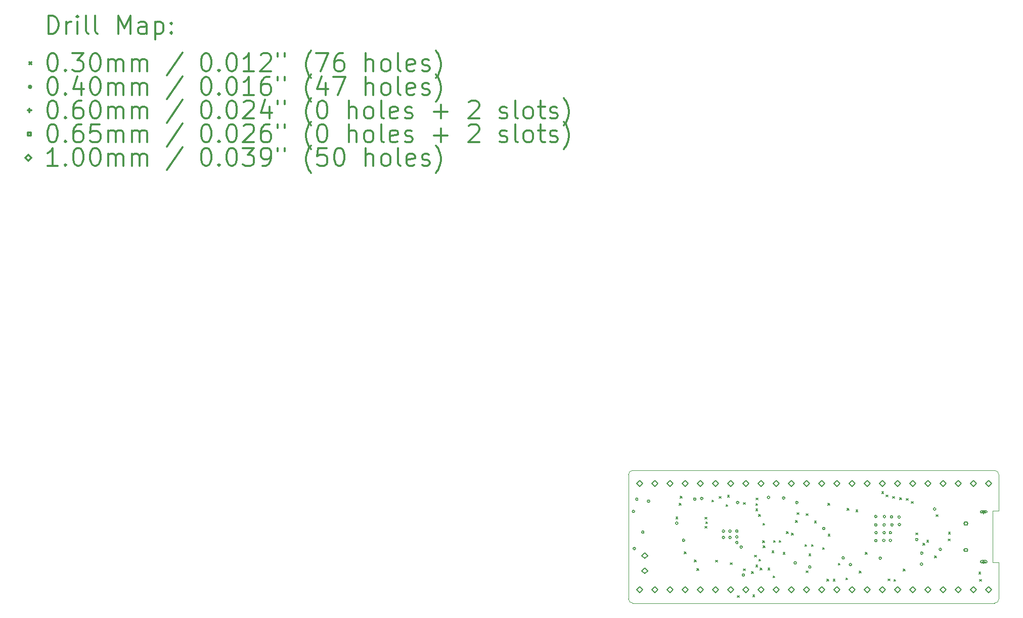
<source format=gbr>
%FSLAX45Y45*%
G04 Gerber Fmt 4.5, Leading zero omitted, Abs format (unit mm)*
G04 Created by KiCad (PCBNEW (5.1.5)-3) date 2020-06-17 17:11:16*
%MOMM*%
%LPD*%
G04 APERTURE LIST*
%TA.AperFunction,Profile*%
%ADD10C,0.050000*%
%TD*%
%ADD11C,0.200000*%
%ADD12C,0.300000*%
G04 APERTURE END LIST*
D10*
X10000000Y-7848000D02*
G75*
G02X10070000Y-7778000I70000J0D01*
G01*
X16130000Y-7778000D02*
G75*
G02X16200000Y-7848000I0J-70000D01*
G01*
X16200000Y-9930000D02*
G75*
G02X16130000Y-10000000I-70000J0D01*
G01*
X10070000Y-10000000D02*
G75*
G02X10000000Y-9930000I0J70000D01*
G01*
X16200000Y-9320000D02*
X16100000Y-9320000D01*
X16200000Y-8450000D02*
X16100000Y-8450000D01*
X16100000Y-9320000D02*
X16100000Y-8450000D01*
X16200000Y-9930000D02*
X16200000Y-9320000D01*
X10000000Y-7848000D02*
X10000000Y-9930000D01*
X16130000Y-7778000D02*
X10070000Y-7778000D01*
X16200000Y-8450000D02*
X16200000Y-7848000D01*
X10070000Y-10000000D02*
X16130000Y-10000000D01*
D11*
X10792700Y-8556399D02*
X10822700Y-8586399D01*
X10822700Y-8556399D02*
X10792700Y-8586399D01*
X10850000Y-8328750D02*
X10880000Y-8358750D01*
X10880000Y-8328750D02*
X10850000Y-8358750D01*
X10866000Y-8209000D02*
X10896000Y-8239000D01*
X10896000Y-8209000D02*
X10866000Y-8239000D01*
X10932400Y-9141700D02*
X10962400Y-9171700D01*
X10962400Y-9141700D02*
X10932400Y-9171700D01*
X11102600Y-9277400D02*
X11132600Y-9307400D01*
X11132600Y-9277400D02*
X11102600Y-9307400D01*
X11145950Y-9420950D02*
X11175950Y-9450950D01*
X11175950Y-9420950D02*
X11145950Y-9450950D01*
X11280400Y-8561000D02*
X11310400Y-8591000D01*
X11310400Y-8561000D02*
X11280400Y-8591000D01*
X11280400Y-8715000D02*
X11310400Y-8745000D01*
X11310400Y-8715000D02*
X11280400Y-8745000D01*
X11294350Y-8638800D02*
X11324350Y-8668800D01*
X11324350Y-8638800D02*
X11294350Y-8668800D01*
X11395000Y-8275000D02*
X11425000Y-8305000D01*
X11425000Y-8275000D02*
X11395000Y-8305000D01*
X11458200Y-9280150D02*
X11488200Y-9310150D01*
X11488200Y-9280150D02*
X11458200Y-9310150D01*
X11517442Y-8215242D02*
X11547442Y-8245242D01*
X11547442Y-8215242D02*
X11517442Y-8245242D01*
X11631229Y-8350001D02*
X11661229Y-8380001D01*
X11661229Y-8350001D02*
X11631229Y-8380001D01*
X11660000Y-8195000D02*
X11690000Y-8225000D01*
X11690000Y-8195000D02*
X11660000Y-8225000D01*
X11705850Y-9325000D02*
X11735850Y-9355000D01*
X11735850Y-9325000D02*
X11705850Y-9355000D01*
X11825000Y-9875000D02*
X11855000Y-9905000D01*
X11855000Y-9875000D02*
X11825000Y-9905000D01*
X11923000Y-8317000D02*
X11953000Y-8347000D01*
X11953000Y-8317000D02*
X11923000Y-8347000D01*
X11925000Y-9425000D02*
X11955000Y-9455000D01*
X11955000Y-9425000D02*
X11925000Y-9455000D01*
X12061450Y-9470650D02*
X12091450Y-9500650D01*
X12091450Y-9470650D02*
X12061450Y-9500650D01*
X12080000Y-9860000D02*
X12110000Y-9890000D01*
X12110000Y-9860000D02*
X12080000Y-9890000D01*
X12113037Y-9196966D02*
X12143037Y-9226966D01*
X12143037Y-9196966D02*
X12113037Y-9226966D01*
X12131300Y-8334000D02*
X12161300Y-8364000D01*
X12161300Y-8334000D02*
X12131300Y-8364000D01*
X12131300Y-8422900D02*
X12161300Y-8452900D01*
X12161300Y-8422900D02*
X12131300Y-8452900D01*
X12133338Y-9360001D02*
X12163338Y-9390001D01*
X12163338Y-9360001D02*
X12133338Y-9390001D01*
X12135741Y-8239569D02*
X12165741Y-8269569D01*
X12165741Y-8239569D02*
X12135741Y-8269569D01*
X12179781Y-8513050D02*
X12209781Y-8543050D01*
X12209781Y-8513050D02*
X12179781Y-8543050D01*
X12185000Y-9265000D02*
X12215000Y-9295000D01*
X12215000Y-9265000D02*
X12185000Y-9295000D01*
X12202675Y-9413001D02*
X12232675Y-9443001D01*
X12232675Y-9413001D02*
X12202675Y-9443001D01*
X12247223Y-8954096D02*
X12277223Y-8984096D01*
X12277223Y-8954096D02*
X12247223Y-8984096D01*
X12249782Y-8662271D02*
X12279782Y-8692271D01*
X12279782Y-8662271D02*
X12249782Y-8692271D01*
X12257000Y-9042000D02*
X12287000Y-9072000D01*
X12287000Y-9042000D02*
X12257000Y-9072000D01*
X12336561Y-9413439D02*
X12366561Y-9443439D01*
X12366561Y-9413439D02*
X12336561Y-9443439D01*
X12405000Y-9124000D02*
X12435000Y-9154000D01*
X12435000Y-9124000D02*
X12405000Y-9154000D01*
X12419938Y-9543061D02*
X12449938Y-9573061D01*
X12449938Y-9543061D02*
X12419938Y-9573061D01*
X12429000Y-8951759D02*
X12459000Y-8981759D01*
X12459000Y-8951759D02*
X12429000Y-8981759D01*
X12521000Y-8951759D02*
X12551000Y-8981759D01*
X12551000Y-8951759D02*
X12521000Y-8981759D01*
X12588002Y-9152000D02*
X12618002Y-9182000D01*
X12618002Y-9152000D02*
X12588002Y-9182000D01*
X12644999Y-8804986D02*
X12674999Y-8834986D01*
X12674999Y-8804986D02*
X12644999Y-8834986D01*
X12730000Y-8830000D02*
X12760000Y-8860000D01*
X12760000Y-8830000D02*
X12730000Y-8860000D01*
X12796800Y-8615500D02*
X12826800Y-8645500D01*
X12826800Y-8615500D02*
X12796800Y-8645500D01*
X12824000Y-8486000D02*
X12854000Y-8516000D01*
X12854000Y-8486000D02*
X12824000Y-8516000D01*
X12955000Y-9020759D02*
X12985000Y-9050759D01*
X12985000Y-9020759D02*
X12955000Y-9050759D01*
X12973000Y-8503000D02*
X13003000Y-8533000D01*
X13003000Y-8503000D02*
X12973000Y-8533000D01*
X12975308Y-9460890D02*
X13005308Y-9490890D01*
X13005308Y-9460890D02*
X12975308Y-9490890D01*
X13021000Y-9177000D02*
X13051000Y-9207000D01*
X13051000Y-9177000D02*
X13021000Y-9207000D01*
X13065000Y-9020759D02*
X13095000Y-9050759D01*
X13095000Y-9020759D02*
X13065000Y-9050759D01*
X13115000Y-8623000D02*
X13145000Y-8653000D01*
X13145000Y-8623000D02*
X13115000Y-8653000D01*
X13251000Y-9071000D02*
X13281000Y-9101000D01*
X13281000Y-9071000D02*
X13251000Y-9101000D01*
X13323000Y-9599000D02*
X13353000Y-9629000D01*
X13353000Y-9599000D02*
X13323000Y-9629000D01*
X13340000Y-8330000D02*
X13370000Y-8360000D01*
X13370000Y-8330000D02*
X13340000Y-8360000D01*
X13342000Y-8844000D02*
X13372000Y-8874000D01*
X13372000Y-8844000D02*
X13342000Y-8874000D01*
X13426000Y-9601000D02*
X13456000Y-9631000D01*
X13456000Y-9601000D02*
X13426000Y-9631000D01*
X13511000Y-9333000D02*
X13541000Y-9363000D01*
X13541000Y-9333000D02*
X13511000Y-9363000D01*
X13640000Y-9578000D02*
X13670000Y-9608000D01*
X13670000Y-9578000D02*
X13640000Y-9608000D01*
X13658837Y-8412187D02*
X13688837Y-8442187D01*
X13688837Y-8412187D02*
X13658837Y-8442187D01*
X13810000Y-8440000D02*
X13840000Y-8470000D01*
X13840000Y-8440000D02*
X13810000Y-8470000D01*
X13865000Y-9465000D02*
X13895000Y-9495000D01*
X13895000Y-9465000D02*
X13865000Y-9495000D01*
X13965000Y-9150000D02*
X13995000Y-9180000D01*
X13995000Y-9150000D02*
X13965000Y-9180000D01*
X14240000Y-8135000D02*
X14270000Y-8165000D01*
X14270000Y-8135000D02*
X14240000Y-8165000D01*
X14314216Y-8190241D02*
X14344216Y-8220241D01*
X14344216Y-8190241D02*
X14314216Y-8220241D01*
X14345000Y-9595000D02*
X14375000Y-9625000D01*
X14375000Y-9595000D02*
X14345000Y-9625000D01*
X14423000Y-8216000D02*
X14453000Y-8246000D01*
X14453000Y-8216000D02*
X14423000Y-8246000D01*
X14445000Y-9605000D02*
X14475000Y-9635000D01*
X14475000Y-9605000D02*
X14445000Y-9635000D01*
X14539547Y-8235219D02*
X14569547Y-8265219D01*
X14569547Y-8235219D02*
X14539547Y-8265219D01*
X14602200Y-9427800D02*
X14632200Y-9457800D01*
X14632200Y-9427800D02*
X14602200Y-9457800D01*
X14650000Y-8250000D02*
X14680000Y-8280000D01*
X14680000Y-8250000D02*
X14650000Y-8280000D01*
X14735000Y-8299000D02*
X14765000Y-8329000D01*
X14765000Y-8299000D02*
X14735000Y-8329000D01*
X14810000Y-8825000D02*
X14840000Y-8855000D01*
X14840000Y-8825000D02*
X14810000Y-8855000D01*
X14930000Y-9000000D02*
X14960000Y-9030000D01*
X14960000Y-9000000D02*
X14930000Y-9030000D01*
X14995000Y-8945000D02*
X15025000Y-8975000D01*
X15025000Y-8945000D02*
X14995000Y-8975000D01*
X15123704Y-9208463D02*
X15153704Y-9238463D01*
X15153704Y-9208463D02*
X15123704Y-9238463D01*
X15148800Y-8519400D02*
X15178800Y-8549400D01*
X15178800Y-8519400D02*
X15148800Y-8549400D01*
X15355000Y-8925000D02*
X15385000Y-8955000D01*
X15385000Y-8925000D02*
X15355000Y-8955000D01*
X15360000Y-8810000D02*
X15390000Y-8840000D01*
X15390000Y-8810000D02*
X15360000Y-8840000D01*
X15868000Y-9479000D02*
X15898000Y-9509000D01*
X15898000Y-9479000D02*
X15868000Y-9509000D01*
X15880000Y-9605000D02*
X15910000Y-9635000D01*
X15910000Y-9605000D02*
X15880000Y-9635000D01*
X10103000Y-8464000D02*
G75*
G03X10103000Y-8464000I-20000J0D01*
G01*
X10116500Y-9086850D02*
G75*
G03X10116500Y-9086850I-20000J0D01*
G01*
X10159000Y-8260000D02*
G75*
G03X10159000Y-8260000I-20000J0D01*
G01*
X10260000Y-8810000D02*
G75*
G03X10260000Y-8810000I-20000J0D01*
G01*
X10355800Y-8292100D02*
G75*
G03X10355800Y-8292100I-20000J0D01*
G01*
X10827700Y-8661400D02*
G75*
G03X10827700Y-8661400I-20000J0D01*
G01*
X10942000Y-8947150D02*
G75*
G03X10942000Y-8947150I-20000J0D01*
G01*
X11129000Y-8258000D02*
G75*
G03X11129000Y-8258000I-20000J0D01*
G01*
X11246000Y-8248000D02*
G75*
G03X11246000Y-8248000I-20000J0D01*
G01*
X11609240Y-8794240D02*
G75*
G03X11609240Y-8794240I-20000J0D01*
G01*
X11609240Y-8899240D02*
G75*
G03X11609240Y-8899240I-20000J0D01*
G01*
X11719240Y-8794240D02*
G75*
G03X11719240Y-8794240I-20000J0D01*
G01*
X11719240Y-8899240D02*
G75*
G03X11719240Y-8899240I-20000J0D01*
G01*
X11834240Y-8794240D02*
G75*
G03X11834240Y-8794240I-20000J0D01*
G01*
X11834240Y-8889240D02*
G75*
G03X11834240Y-8889240I-20000J0D01*
G01*
X11834240Y-8984240D02*
G75*
G03X11834240Y-8984240I-20000J0D01*
G01*
X11847344Y-8315794D02*
G75*
G03X11847344Y-8315794I-20000J0D01*
G01*
X11906348Y-9060174D02*
G75*
G03X11906348Y-9060174I-20000J0D01*
G01*
X11941801Y-9530202D02*
G75*
G03X11941801Y-9530202I-20000J0D01*
G01*
X12364400Y-8229600D02*
G75*
G03X12364400Y-8229600I-20000J0D01*
G01*
X12618454Y-8239558D02*
G75*
G03X12618454Y-8239558I-20000J0D01*
G01*
X12811000Y-9325000D02*
G75*
G03X12811000Y-9325000I-20000J0D01*
G01*
X12838996Y-8316251D02*
G75*
G03X12838996Y-8316251I-20000J0D01*
G01*
X13055000Y-9395000D02*
G75*
G03X13055000Y-9395000I-20000J0D01*
G01*
X13290000Y-8750000D02*
G75*
G03X13290000Y-8750000I-20000J0D01*
G01*
X13613800Y-9242600D02*
G75*
G03X13613800Y-9242600I-20000J0D01*
G01*
X13736126Y-9354759D02*
G75*
G03X13736126Y-9354759I-20000J0D01*
G01*
X14160000Y-8550000D02*
G75*
G03X14160000Y-8550000I-20000J0D01*
G01*
X14160000Y-8690000D02*
G75*
G03X14160000Y-8690000I-20000J0D01*
G01*
X14160000Y-8955000D02*
G75*
G03X14160000Y-8955000I-20000J0D01*
G01*
X14165000Y-8820000D02*
G75*
G03X14165000Y-8820000I-20000J0D01*
G01*
X14234591Y-9247043D02*
G75*
G03X14234591Y-9247043I-20000J0D01*
G01*
X14295000Y-8950000D02*
G75*
G03X14295000Y-8950000I-20000J0D01*
G01*
X14300000Y-8690000D02*
G75*
G03X14300000Y-8690000I-20000J0D01*
G01*
X14300000Y-8820000D02*
G75*
G03X14300000Y-8820000I-20000J0D01*
G01*
X14305000Y-8550000D02*
G75*
G03X14305000Y-8550000I-20000J0D01*
G01*
X14405000Y-8820000D02*
G75*
G03X14405000Y-8820000I-20000J0D01*
G01*
X14405000Y-8950000D02*
G75*
G03X14405000Y-8950000I-20000J0D01*
G01*
X14425000Y-8555000D02*
G75*
G03X14425000Y-8555000I-20000J0D01*
G01*
X14430000Y-8690000D02*
G75*
G03X14430000Y-8690000I-20000J0D01*
G01*
X14550000Y-8560000D02*
G75*
G03X14550000Y-8560000I-20000J0D01*
G01*
X14555000Y-8685000D02*
G75*
G03X14555000Y-8685000I-20000J0D01*
G01*
X14844959Y-8934974D02*
G75*
G03X14844959Y-8934974I-20000J0D01*
G01*
X14925135Y-9346473D02*
G75*
G03X14925135Y-9346473I-20000J0D01*
G01*
X14929800Y-9163050D02*
G75*
G03X14929800Y-9163050I-20000J0D01*
G01*
X15145000Y-8425000D02*
G75*
G03X15145000Y-8425000I-20000J0D01*
G01*
X15240000Y-9100000D02*
G75*
G03X15240000Y-9100000I-20000J0D01*
G01*
X15947500Y-8441500D02*
X15947500Y-8501500D01*
X15917500Y-8471500D02*
X15977500Y-8471500D01*
X15912500Y-8491500D02*
X15982500Y-8491500D01*
X15912500Y-8451500D02*
X15982500Y-8451500D01*
X15982500Y-8491500D02*
G75*
G03X15982500Y-8451500I0J20000D01*
G01*
X15912500Y-8451500D02*
G75*
G03X15912500Y-8491500I0J-20000D01*
G01*
X15947500Y-9276500D02*
X15947500Y-9336500D01*
X15917500Y-9306500D02*
X15977500Y-9306500D01*
X15912500Y-9326500D02*
X15982500Y-9326500D01*
X15912500Y-9286500D02*
X15982500Y-9286500D01*
X15982500Y-9326500D02*
G75*
G03X15982500Y-9286500I0J20000D01*
G01*
X15912500Y-9286500D02*
G75*
G03X15912500Y-9326500I0J-20000D01*
G01*
X15670481Y-8689481D02*
X15670481Y-8643519D01*
X15624519Y-8643519D01*
X15624519Y-8689481D01*
X15670481Y-8689481D01*
X15637500Y-8689000D02*
X15657500Y-8689000D01*
X15637500Y-8644000D02*
X15657500Y-8644000D01*
X15657500Y-8689000D02*
G75*
G03X15657500Y-8644000I0J22500D01*
G01*
X15637500Y-8644000D02*
G75*
G03X15637500Y-8689000I0J-22500D01*
G01*
X15670481Y-9134481D02*
X15670481Y-9088519D01*
X15624519Y-9088519D01*
X15624519Y-9134481D01*
X15670481Y-9134481D01*
X15637500Y-9134000D02*
X15657500Y-9134000D01*
X15637500Y-9089000D02*
X15657500Y-9089000D01*
X15657500Y-9134000D02*
G75*
G03X15657500Y-9089000I0J22500D01*
G01*
X15637500Y-9089000D02*
G75*
G03X15637500Y-9134000I0J-22500D01*
G01*
X10270000Y-9254000D02*
X10320000Y-9204000D01*
X10270000Y-9154000D01*
X10220000Y-9204000D01*
X10270000Y-9254000D01*
X10270000Y-9508000D02*
X10320000Y-9458000D01*
X10270000Y-9408000D01*
X10220000Y-9458000D01*
X10270000Y-9508000D01*
X10190000Y-9828000D02*
X10240000Y-9778000D01*
X10190000Y-9728000D01*
X10140000Y-9778000D01*
X10190000Y-9828000D01*
X10444000Y-9828000D02*
X10494000Y-9778000D01*
X10444000Y-9728000D01*
X10394000Y-9778000D01*
X10444000Y-9828000D01*
X10698000Y-9828000D02*
X10748000Y-9778000D01*
X10698000Y-9728000D01*
X10648000Y-9778000D01*
X10698000Y-9828000D01*
X10952000Y-9828000D02*
X11002000Y-9778000D01*
X10952000Y-9728000D01*
X10902000Y-9778000D01*
X10952000Y-9828000D01*
X11206000Y-9828000D02*
X11256000Y-9778000D01*
X11206000Y-9728000D01*
X11156000Y-9778000D01*
X11206000Y-9828000D01*
X11460000Y-9828000D02*
X11510000Y-9778000D01*
X11460000Y-9728000D01*
X11410000Y-9778000D01*
X11460000Y-9828000D01*
X11714000Y-9828000D02*
X11764000Y-9778000D01*
X11714000Y-9728000D01*
X11664000Y-9778000D01*
X11714000Y-9828000D01*
X11968000Y-9828000D02*
X12018000Y-9778000D01*
X11968000Y-9728000D01*
X11918000Y-9778000D01*
X11968000Y-9828000D01*
X12222000Y-9828000D02*
X12272000Y-9778000D01*
X12222000Y-9728000D01*
X12172000Y-9778000D01*
X12222000Y-9828000D01*
X12476000Y-9828000D02*
X12526000Y-9778000D01*
X12476000Y-9728000D01*
X12426000Y-9778000D01*
X12476000Y-9828000D01*
X12730000Y-9828000D02*
X12780000Y-9778000D01*
X12730000Y-9728000D01*
X12680000Y-9778000D01*
X12730000Y-9828000D01*
X12984000Y-9828000D02*
X13034000Y-9778000D01*
X12984000Y-9728000D01*
X12934000Y-9778000D01*
X12984000Y-9828000D01*
X13238000Y-9828000D02*
X13288000Y-9778000D01*
X13238000Y-9728000D01*
X13188000Y-9778000D01*
X13238000Y-9828000D01*
X13492000Y-9828000D02*
X13542000Y-9778000D01*
X13492000Y-9728000D01*
X13442000Y-9778000D01*
X13492000Y-9828000D01*
X13746000Y-9828000D02*
X13796000Y-9778000D01*
X13746000Y-9728000D01*
X13696000Y-9778000D01*
X13746000Y-9828000D01*
X14000000Y-9828000D02*
X14050000Y-9778000D01*
X14000000Y-9728000D01*
X13950000Y-9778000D01*
X14000000Y-9828000D01*
X14254000Y-9828000D02*
X14304000Y-9778000D01*
X14254000Y-9728000D01*
X14204000Y-9778000D01*
X14254000Y-9828000D01*
X14508000Y-9828000D02*
X14558000Y-9778000D01*
X14508000Y-9728000D01*
X14458000Y-9778000D01*
X14508000Y-9828000D01*
X14762000Y-9828000D02*
X14812000Y-9778000D01*
X14762000Y-9728000D01*
X14712000Y-9778000D01*
X14762000Y-9828000D01*
X15016000Y-9828000D02*
X15066000Y-9778000D01*
X15016000Y-9728000D01*
X14966000Y-9778000D01*
X15016000Y-9828000D01*
X15270000Y-9828000D02*
X15320000Y-9778000D01*
X15270000Y-9728000D01*
X15220000Y-9778000D01*
X15270000Y-9828000D01*
X15524000Y-9828000D02*
X15574000Y-9778000D01*
X15524000Y-9728000D01*
X15474000Y-9778000D01*
X15524000Y-9828000D01*
X15778000Y-9828000D02*
X15828000Y-9778000D01*
X15778000Y-9728000D01*
X15728000Y-9778000D01*
X15778000Y-9828000D01*
X16032000Y-9828000D02*
X16082000Y-9778000D01*
X16032000Y-9728000D01*
X15982000Y-9778000D01*
X16032000Y-9828000D01*
X10190000Y-8050000D02*
X10240000Y-8000000D01*
X10190000Y-7950000D01*
X10140000Y-8000000D01*
X10190000Y-8050000D01*
X10444000Y-8050000D02*
X10494000Y-8000000D01*
X10444000Y-7950000D01*
X10394000Y-8000000D01*
X10444000Y-8050000D01*
X10698000Y-8050000D02*
X10748000Y-8000000D01*
X10698000Y-7950000D01*
X10648000Y-8000000D01*
X10698000Y-8050000D01*
X10952000Y-8050000D02*
X11002000Y-8000000D01*
X10952000Y-7950000D01*
X10902000Y-8000000D01*
X10952000Y-8050000D01*
X11206000Y-8050000D02*
X11256000Y-8000000D01*
X11206000Y-7950000D01*
X11156000Y-8000000D01*
X11206000Y-8050000D01*
X11460000Y-8050000D02*
X11510000Y-8000000D01*
X11460000Y-7950000D01*
X11410000Y-8000000D01*
X11460000Y-8050000D01*
X11714000Y-8050000D02*
X11764000Y-8000000D01*
X11714000Y-7950000D01*
X11664000Y-8000000D01*
X11714000Y-8050000D01*
X11968000Y-8050000D02*
X12018000Y-8000000D01*
X11968000Y-7950000D01*
X11918000Y-8000000D01*
X11968000Y-8050000D01*
X12222000Y-8050000D02*
X12272000Y-8000000D01*
X12222000Y-7950000D01*
X12172000Y-8000000D01*
X12222000Y-8050000D01*
X12476000Y-8050000D02*
X12526000Y-8000000D01*
X12476000Y-7950000D01*
X12426000Y-8000000D01*
X12476000Y-8050000D01*
X12730000Y-8050000D02*
X12780000Y-8000000D01*
X12730000Y-7950000D01*
X12680000Y-8000000D01*
X12730000Y-8050000D01*
X12984000Y-8050000D02*
X13034000Y-8000000D01*
X12984000Y-7950000D01*
X12934000Y-8000000D01*
X12984000Y-8050000D01*
X13238000Y-8050000D02*
X13288000Y-8000000D01*
X13238000Y-7950000D01*
X13188000Y-8000000D01*
X13238000Y-8050000D01*
X13492000Y-8050000D02*
X13542000Y-8000000D01*
X13492000Y-7950000D01*
X13442000Y-8000000D01*
X13492000Y-8050000D01*
X13746000Y-8050000D02*
X13796000Y-8000000D01*
X13746000Y-7950000D01*
X13696000Y-8000000D01*
X13746000Y-8050000D01*
X14000000Y-8050000D02*
X14050000Y-8000000D01*
X14000000Y-7950000D01*
X13950000Y-8000000D01*
X14000000Y-8050000D01*
X14254000Y-8050000D02*
X14304000Y-8000000D01*
X14254000Y-7950000D01*
X14204000Y-8000000D01*
X14254000Y-8050000D01*
X14508000Y-8050000D02*
X14558000Y-8000000D01*
X14508000Y-7950000D01*
X14458000Y-8000000D01*
X14508000Y-8050000D01*
X14762000Y-8050000D02*
X14812000Y-8000000D01*
X14762000Y-7950000D01*
X14712000Y-8000000D01*
X14762000Y-8050000D01*
X15016000Y-8050000D02*
X15066000Y-8000000D01*
X15016000Y-7950000D01*
X14966000Y-8000000D01*
X15016000Y-8050000D01*
X15270000Y-8050000D02*
X15320000Y-8000000D01*
X15270000Y-7950000D01*
X15220000Y-8000000D01*
X15270000Y-8050000D01*
X15524000Y-8050000D02*
X15574000Y-8000000D01*
X15524000Y-7950000D01*
X15474000Y-8000000D01*
X15524000Y-8050000D01*
X15778000Y-8050000D02*
X15828000Y-8000000D01*
X15778000Y-7950000D01*
X15728000Y-8000000D01*
X15778000Y-8050000D01*
X16032000Y-8050000D02*
X16082000Y-8000000D01*
X16032000Y-7950000D01*
X15982000Y-8000000D01*
X16032000Y-8050000D01*
D12*
X286429Y-465714D02*
X286429Y-165714D01*
X357857Y-165714D01*
X400714Y-180000D01*
X429286Y-208571D01*
X443571Y-237143D01*
X457857Y-294286D01*
X457857Y-337143D01*
X443571Y-394286D01*
X429286Y-422857D01*
X400714Y-451428D01*
X357857Y-465714D01*
X286429Y-465714D01*
X586429Y-465714D02*
X586429Y-265714D01*
X586429Y-322857D02*
X600714Y-294286D01*
X615000Y-280000D01*
X643571Y-265714D01*
X672143Y-265714D01*
X772143Y-465714D02*
X772143Y-265714D01*
X772143Y-165714D02*
X757857Y-180000D01*
X772143Y-194286D01*
X786428Y-180000D01*
X772143Y-165714D01*
X772143Y-194286D01*
X957857Y-465714D02*
X929286Y-451428D01*
X915000Y-422857D01*
X915000Y-165714D01*
X1115000Y-465714D02*
X1086429Y-451428D01*
X1072143Y-422857D01*
X1072143Y-165714D01*
X1457857Y-465714D02*
X1457857Y-165714D01*
X1557857Y-380000D01*
X1657857Y-165714D01*
X1657857Y-465714D01*
X1929286Y-465714D02*
X1929286Y-308571D01*
X1915000Y-280000D01*
X1886428Y-265714D01*
X1829286Y-265714D01*
X1800714Y-280000D01*
X1929286Y-451428D02*
X1900714Y-465714D01*
X1829286Y-465714D01*
X1800714Y-451428D01*
X1786428Y-422857D01*
X1786428Y-394286D01*
X1800714Y-365714D01*
X1829286Y-351428D01*
X1900714Y-351428D01*
X1929286Y-337143D01*
X2072143Y-265714D02*
X2072143Y-565714D01*
X2072143Y-280000D02*
X2100714Y-265714D01*
X2157857Y-265714D01*
X2186429Y-280000D01*
X2200714Y-294286D01*
X2215000Y-322857D01*
X2215000Y-408571D01*
X2200714Y-437143D01*
X2186429Y-451428D01*
X2157857Y-465714D01*
X2100714Y-465714D01*
X2072143Y-451428D01*
X2343571Y-437143D02*
X2357857Y-451428D01*
X2343571Y-465714D01*
X2329286Y-451428D01*
X2343571Y-437143D01*
X2343571Y-465714D01*
X2343571Y-280000D02*
X2357857Y-294286D01*
X2343571Y-308571D01*
X2329286Y-294286D01*
X2343571Y-280000D01*
X2343571Y-308571D01*
X-30000Y-945000D02*
X0Y-975000D01*
X0Y-945000D02*
X-30000Y-975000D01*
X343571Y-795714D02*
X372143Y-795714D01*
X400714Y-810000D01*
X415000Y-824286D01*
X429286Y-852857D01*
X443571Y-910000D01*
X443571Y-981428D01*
X429286Y-1038571D01*
X415000Y-1067143D01*
X400714Y-1081429D01*
X372143Y-1095714D01*
X343571Y-1095714D01*
X315000Y-1081429D01*
X300714Y-1067143D01*
X286429Y-1038571D01*
X272143Y-981428D01*
X272143Y-910000D01*
X286429Y-852857D01*
X300714Y-824286D01*
X315000Y-810000D01*
X343571Y-795714D01*
X572143Y-1067143D02*
X586429Y-1081429D01*
X572143Y-1095714D01*
X557857Y-1081429D01*
X572143Y-1067143D01*
X572143Y-1095714D01*
X686429Y-795714D02*
X872143Y-795714D01*
X772143Y-910000D01*
X815000Y-910000D01*
X843571Y-924286D01*
X857857Y-938571D01*
X872143Y-967143D01*
X872143Y-1038571D01*
X857857Y-1067143D01*
X843571Y-1081429D01*
X815000Y-1095714D01*
X729286Y-1095714D01*
X700714Y-1081429D01*
X686429Y-1067143D01*
X1057857Y-795714D02*
X1086429Y-795714D01*
X1115000Y-810000D01*
X1129286Y-824286D01*
X1143571Y-852857D01*
X1157857Y-910000D01*
X1157857Y-981428D01*
X1143571Y-1038571D01*
X1129286Y-1067143D01*
X1115000Y-1081429D01*
X1086429Y-1095714D01*
X1057857Y-1095714D01*
X1029286Y-1081429D01*
X1015000Y-1067143D01*
X1000714Y-1038571D01*
X986428Y-981428D01*
X986428Y-910000D01*
X1000714Y-852857D01*
X1015000Y-824286D01*
X1029286Y-810000D01*
X1057857Y-795714D01*
X1286429Y-1095714D02*
X1286429Y-895714D01*
X1286429Y-924286D02*
X1300714Y-910000D01*
X1329286Y-895714D01*
X1372143Y-895714D01*
X1400714Y-910000D01*
X1415000Y-938571D01*
X1415000Y-1095714D01*
X1415000Y-938571D02*
X1429286Y-910000D01*
X1457857Y-895714D01*
X1500714Y-895714D01*
X1529286Y-910000D01*
X1543571Y-938571D01*
X1543571Y-1095714D01*
X1686428Y-1095714D02*
X1686428Y-895714D01*
X1686428Y-924286D02*
X1700714Y-910000D01*
X1729286Y-895714D01*
X1772143Y-895714D01*
X1800714Y-910000D01*
X1815000Y-938571D01*
X1815000Y-1095714D01*
X1815000Y-938571D02*
X1829286Y-910000D01*
X1857857Y-895714D01*
X1900714Y-895714D01*
X1929286Y-910000D01*
X1943571Y-938571D01*
X1943571Y-1095714D01*
X2529286Y-781428D02*
X2272143Y-1167143D01*
X2915000Y-795714D02*
X2943571Y-795714D01*
X2972143Y-810000D01*
X2986428Y-824286D01*
X3000714Y-852857D01*
X3015000Y-910000D01*
X3015000Y-981428D01*
X3000714Y-1038571D01*
X2986428Y-1067143D01*
X2972143Y-1081429D01*
X2943571Y-1095714D01*
X2915000Y-1095714D01*
X2886428Y-1081429D01*
X2872143Y-1067143D01*
X2857857Y-1038571D01*
X2843571Y-981428D01*
X2843571Y-910000D01*
X2857857Y-852857D01*
X2872143Y-824286D01*
X2886428Y-810000D01*
X2915000Y-795714D01*
X3143571Y-1067143D02*
X3157857Y-1081429D01*
X3143571Y-1095714D01*
X3129286Y-1081429D01*
X3143571Y-1067143D01*
X3143571Y-1095714D01*
X3343571Y-795714D02*
X3372143Y-795714D01*
X3400714Y-810000D01*
X3415000Y-824286D01*
X3429286Y-852857D01*
X3443571Y-910000D01*
X3443571Y-981428D01*
X3429286Y-1038571D01*
X3415000Y-1067143D01*
X3400714Y-1081429D01*
X3372143Y-1095714D01*
X3343571Y-1095714D01*
X3315000Y-1081429D01*
X3300714Y-1067143D01*
X3286428Y-1038571D01*
X3272143Y-981428D01*
X3272143Y-910000D01*
X3286428Y-852857D01*
X3300714Y-824286D01*
X3315000Y-810000D01*
X3343571Y-795714D01*
X3729286Y-1095714D02*
X3557857Y-1095714D01*
X3643571Y-1095714D02*
X3643571Y-795714D01*
X3615000Y-838571D01*
X3586428Y-867143D01*
X3557857Y-881428D01*
X3843571Y-824286D02*
X3857857Y-810000D01*
X3886428Y-795714D01*
X3957857Y-795714D01*
X3986428Y-810000D01*
X4000714Y-824286D01*
X4015000Y-852857D01*
X4015000Y-881428D01*
X4000714Y-924286D01*
X3829286Y-1095714D01*
X4015000Y-1095714D01*
X4129286Y-795714D02*
X4129286Y-852857D01*
X4243571Y-795714D02*
X4243571Y-852857D01*
X4686429Y-1210000D02*
X4672143Y-1195714D01*
X4643571Y-1152857D01*
X4629286Y-1124286D01*
X4615000Y-1081429D01*
X4600714Y-1010000D01*
X4600714Y-952857D01*
X4615000Y-881428D01*
X4629286Y-838571D01*
X4643571Y-810000D01*
X4672143Y-767143D01*
X4686429Y-752857D01*
X4772143Y-795714D02*
X4972143Y-795714D01*
X4843571Y-1095714D01*
X5215000Y-795714D02*
X5157857Y-795714D01*
X5129286Y-810000D01*
X5115000Y-824286D01*
X5086429Y-867143D01*
X5072143Y-924286D01*
X5072143Y-1038571D01*
X5086429Y-1067143D01*
X5100714Y-1081429D01*
X5129286Y-1095714D01*
X5186429Y-1095714D01*
X5215000Y-1081429D01*
X5229286Y-1067143D01*
X5243571Y-1038571D01*
X5243571Y-967143D01*
X5229286Y-938571D01*
X5215000Y-924286D01*
X5186429Y-910000D01*
X5129286Y-910000D01*
X5100714Y-924286D01*
X5086429Y-938571D01*
X5072143Y-967143D01*
X5600714Y-1095714D02*
X5600714Y-795714D01*
X5729286Y-1095714D02*
X5729286Y-938571D01*
X5715000Y-910000D01*
X5686428Y-895714D01*
X5643571Y-895714D01*
X5615000Y-910000D01*
X5600714Y-924286D01*
X5915000Y-1095714D02*
X5886428Y-1081429D01*
X5872143Y-1067143D01*
X5857857Y-1038571D01*
X5857857Y-952857D01*
X5872143Y-924286D01*
X5886428Y-910000D01*
X5915000Y-895714D01*
X5957857Y-895714D01*
X5986428Y-910000D01*
X6000714Y-924286D01*
X6015000Y-952857D01*
X6015000Y-1038571D01*
X6000714Y-1067143D01*
X5986428Y-1081429D01*
X5957857Y-1095714D01*
X5915000Y-1095714D01*
X6186428Y-1095714D02*
X6157857Y-1081429D01*
X6143571Y-1052857D01*
X6143571Y-795714D01*
X6415000Y-1081429D02*
X6386428Y-1095714D01*
X6329286Y-1095714D01*
X6300714Y-1081429D01*
X6286428Y-1052857D01*
X6286428Y-938571D01*
X6300714Y-910000D01*
X6329286Y-895714D01*
X6386428Y-895714D01*
X6415000Y-910000D01*
X6429286Y-938571D01*
X6429286Y-967143D01*
X6286428Y-995714D01*
X6543571Y-1081429D02*
X6572143Y-1095714D01*
X6629286Y-1095714D01*
X6657857Y-1081429D01*
X6672143Y-1052857D01*
X6672143Y-1038571D01*
X6657857Y-1010000D01*
X6629286Y-995714D01*
X6586428Y-995714D01*
X6557857Y-981428D01*
X6543571Y-952857D01*
X6543571Y-938571D01*
X6557857Y-910000D01*
X6586428Y-895714D01*
X6629286Y-895714D01*
X6657857Y-910000D01*
X6772143Y-1210000D02*
X6786428Y-1195714D01*
X6815000Y-1152857D01*
X6829286Y-1124286D01*
X6843571Y-1081429D01*
X6857857Y-1010000D01*
X6857857Y-952857D01*
X6843571Y-881428D01*
X6829286Y-838571D01*
X6815000Y-810000D01*
X6786428Y-767143D01*
X6772143Y-752857D01*
X0Y-1356000D02*
G75*
G03X0Y-1356000I-20000J0D01*
G01*
X343571Y-1191714D02*
X372143Y-1191714D01*
X400714Y-1206000D01*
X415000Y-1220286D01*
X429286Y-1248857D01*
X443571Y-1306000D01*
X443571Y-1377429D01*
X429286Y-1434571D01*
X415000Y-1463143D01*
X400714Y-1477428D01*
X372143Y-1491714D01*
X343571Y-1491714D01*
X315000Y-1477428D01*
X300714Y-1463143D01*
X286429Y-1434571D01*
X272143Y-1377429D01*
X272143Y-1306000D01*
X286429Y-1248857D01*
X300714Y-1220286D01*
X315000Y-1206000D01*
X343571Y-1191714D01*
X572143Y-1463143D02*
X586429Y-1477428D01*
X572143Y-1491714D01*
X557857Y-1477428D01*
X572143Y-1463143D01*
X572143Y-1491714D01*
X843571Y-1291714D02*
X843571Y-1491714D01*
X772143Y-1177429D02*
X700714Y-1391714D01*
X886428Y-1391714D01*
X1057857Y-1191714D02*
X1086429Y-1191714D01*
X1115000Y-1206000D01*
X1129286Y-1220286D01*
X1143571Y-1248857D01*
X1157857Y-1306000D01*
X1157857Y-1377429D01*
X1143571Y-1434571D01*
X1129286Y-1463143D01*
X1115000Y-1477428D01*
X1086429Y-1491714D01*
X1057857Y-1491714D01*
X1029286Y-1477428D01*
X1015000Y-1463143D01*
X1000714Y-1434571D01*
X986428Y-1377429D01*
X986428Y-1306000D01*
X1000714Y-1248857D01*
X1015000Y-1220286D01*
X1029286Y-1206000D01*
X1057857Y-1191714D01*
X1286429Y-1491714D02*
X1286429Y-1291714D01*
X1286429Y-1320286D02*
X1300714Y-1306000D01*
X1329286Y-1291714D01*
X1372143Y-1291714D01*
X1400714Y-1306000D01*
X1415000Y-1334571D01*
X1415000Y-1491714D01*
X1415000Y-1334571D02*
X1429286Y-1306000D01*
X1457857Y-1291714D01*
X1500714Y-1291714D01*
X1529286Y-1306000D01*
X1543571Y-1334571D01*
X1543571Y-1491714D01*
X1686428Y-1491714D02*
X1686428Y-1291714D01*
X1686428Y-1320286D02*
X1700714Y-1306000D01*
X1729286Y-1291714D01*
X1772143Y-1291714D01*
X1800714Y-1306000D01*
X1815000Y-1334571D01*
X1815000Y-1491714D01*
X1815000Y-1334571D02*
X1829286Y-1306000D01*
X1857857Y-1291714D01*
X1900714Y-1291714D01*
X1929286Y-1306000D01*
X1943571Y-1334571D01*
X1943571Y-1491714D01*
X2529286Y-1177429D02*
X2272143Y-1563143D01*
X2915000Y-1191714D02*
X2943571Y-1191714D01*
X2972143Y-1206000D01*
X2986428Y-1220286D01*
X3000714Y-1248857D01*
X3015000Y-1306000D01*
X3015000Y-1377429D01*
X3000714Y-1434571D01*
X2986428Y-1463143D01*
X2972143Y-1477428D01*
X2943571Y-1491714D01*
X2915000Y-1491714D01*
X2886428Y-1477428D01*
X2872143Y-1463143D01*
X2857857Y-1434571D01*
X2843571Y-1377429D01*
X2843571Y-1306000D01*
X2857857Y-1248857D01*
X2872143Y-1220286D01*
X2886428Y-1206000D01*
X2915000Y-1191714D01*
X3143571Y-1463143D02*
X3157857Y-1477428D01*
X3143571Y-1491714D01*
X3129286Y-1477428D01*
X3143571Y-1463143D01*
X3143571Y-1491714D01*
X3343571Y-1191714D02*
X3372143Y-1191714D01*
X3400714Y-1206000D01*
X3415000Y-1220286D01*
X3429286Y-1248857D01*
X3443571Y-1306000D01*
X3443571Y-1377429D01*
X3429286Y-1434571D01*
X3415000Y-1463143D01*
X3400714Y-1477428D01*
X3372143Y-1491714D01*
X3343571Y-1491714D01*
X3315000Y-1477428D01*
X3300714Y-1463143D01*
X3286428Y-1434571D01*
X3272143Y-1377429D01*
X3272143Y-1306000D01*
X3286428Y-1248857D01*
X3300714Y-1220286D01*
X3315000Y-1206000D01*
X3343571Y-1191714D01*
X3729286Y-1491714D02*
X3557857Y-1491714D01*
X3643571Y-1491714D02*
X3643571Y-1191714D01*
X3615000Y-1234571D01*
X3586428Y-1263143D01*
X3557857Y-1277429D01*
X3986428Y-1191714D02*
X3929286Y-1191714D01*
X3900714Y-1206000D01*
X3886428Y-1220286D01*
X3857857Y-1263143D01*
X3843571Y-1320286D01*
X3843571Y-1434571D01*
X3857857Y-1463143D01*
X3872143Y-1477428D01*
X3900714Y-1491714D01*
X3957857Y-1491714D01*
X3986428Y-1477428D01*
X4000714Y-1463143D01*
X4015000Y-1434571D01*
X4015000Y-1363143D01*
X4000714Y-1334571D01*
X3986428Y-1320286D01*
X3957857Y-1306000D01*
X3900714Y-1306000D01*
X3872143Y-1320286D01*
X3857857Y-1334571D01*
X3843571Y-1363143D01*
X4129286Y-1191714D02*
X4129286Y-1248857D01*
X4243571Y-1191714D02*
X4243571Y-1248857D01*
X4686429Y-1606000D02*
X4672143Y-1591714D01*
X4643571Y-1548857D01*
X4629286Y-1520286D01*
X4615000Y-1477428D01*
X4600714Y-1406000D01*
X4600714Y-1348857D01*
X4615000Y-1277429D01*
X4629286Y-1234571D01*
X4643571Y-1206000D01*
X4672143Y-1163143D01*
X4686429Y-1148857D01*
X4929286Y-1291714D02*
X4929286Y-1491714D01*
X4857857Y-1177429D02*
X4786429Y-1391714D01*
X4972143Y-1391714D01*
X5057857Y-1191714D02*
X5257857Y-1191714D01*
X5129286Y-1491714D01*
X5600714Y-1491714D02*
X5600714Y-1191714D01*
X5729286Y-1491714D02*
X5729286Y-1334571D01*
X5715000Y-1306000D01*
X5686428Y-1291714D01*
X5643571Y-1291714D01*
X5615000Y-1306000D01*
X5600714Y-1320286D01*
X5915000Y-1491714D02*
X5886428Y-1477428D01*
X5872143Y-1463143D01*
X5857857Y-1434571D01*
X5857857Y-1348857D01*
X5872143Y-1320286D01*
X5886428Y-1306000D01*
X5915000Y-1291714D01*
X5957857Y-1291714D01*
X5986428Y-1306000D01*
X6000714Y-1320286D01*
X6015000Y-1348857D01*
X6015000Y-1434571D01*
X6000714Y-1463143D01*
X5986428Y-1477428D01*
X5957857Y-1491714D01*
X5915000Y-1491714D01*
X6186428Y-1491714D02*
X6157857Y-1477428D01*
X6143571Y-1448857D01*
X6143571Y-1191714D01*
X6415000Y-1477428D02*
X6386428Y-1491714D01*
X6329286Y-1491714D01*
X6300714Y-1477428D01*
X6286428Y-1448857D01*
X6286428Y-1334571D01*
X6300714Y-1306000D01*
X6329286Y-1291714D01*
X6386428Y-1291714D01*
X6415000Y-1306000D01*
X6429286Y-1334571D01*
X6429286Y-1363143D01*
X6286428Y-1391714D01*
X6543571Y-1477428D02*
X6572143Y-1491714D01*
X6629286Y-1491714D01*
X6657857Y-1477428D01*
X6672143Y-1448857D01*
X6672143Y-1434571D01*
X6657857Y-1406000D01*
X6629286Y-1391714D01*
X6586428Y-1391714D01*
X6557857Y-1377429D01*
X6543571Y-1348857D01*
X6543571Y-1334571D01*
X6557857Y-1306000D01*
X6586428Y-1291714D01*
X6629286Y-1291714D01*
X6657857Y-1306000D01*
X6772143Y-1606000D02*
X6786428Y-1591714D01*
X6815000Y-1548857D01*
X6829286Y-1520286D01*
X6843571Y-1477428D01*
X6857857Y-1406000D01*
X6857857Y-1348857D01*
X6843571Y-1277429D01*
X6829286Y-1234571D01*
X6815000Y-1206000D01*
X6786428Y-1163143D01*
X6772143Y-1148857D01*
X-30000Y-1722000D02*
X-30000Y-1782000D01*
X-60000Y-1752000D02*
X0Y-1752000D01*
X343571Y-1587714D02*
X372143Y-1587714D01*
X400714Y-1602000D01*
X415000Y-1616286D01*
X429286Y-1644857D01*
X443571Y-1702000D01*
X443571Y-1773428D01*
X429286Y-1830571D01*
X415000Y-1859143D01*
X400714Y-1873428D01*
X372143Y-1887714D01*
X343571Y-1887714D01*
X315000Y-1873428D01*
X300714Y-1859143D01*
X286429Y-1830571D01*
X272143Y-1773428D01*
X272143Y-1702000D01*
X286429Y-1644857D01*
X300714Y-1616286D01*
X315000Y-1602000D01*
X343571Y-1587714D01*
X572143Y-1859143D02*
X586429Y-1873428D01*
X572143Y-1887714D01*
X557857Y-1873428D01*
X572143Y-1859143D01*
X572143Y-1887714D01*
X843571Y-1587714D02*
X786428Y-1587714D01*
X757857Y-1602000D01*
X743571Y-1616286D01*
X715000Y-1659143D01*
X700714Y-1716286D01*
X700714Y-1830571D01*
X715000Y-1859143D01*
X729286Y-1873428D01*
X757857Y-1887714D01*
X815000Y-1887714D01*
X843571Y-1873428D01*
X857857Y-1859143D01*
X872143Y-1830571D01*
X872143Y-1759143D01*
X857857Y-1730571D01*
X843571Y-1716286D01*
X815000Y-1702000D01*
X757857Y-1702000D01*
X729286Y-1716286D01*
X715000Y-1730571D01*
X700714Y-1759143D01*
X1057857Y-1587714D02*
X1086429Y-1587714D01*
X1115000Y-1602000D01*
X1129286Y-1616286D01*
X1143571Y-1644857D01*
X1157857Y-1702000D01*
X1157857Y-1773428D01*
X1143571Y-1830571D01*
X1129286Y-1859143D01*
X1115000Y-1873428D01*
X1086429Y-1887714D01*
X1057857Y-1887714D01*
X1029286Y-1873428D01*
X1015000Y-1859143D01*
X1000714Y-1830571D01*
X986428Y-1773428D01*
X986428Y-1702000D01*
X1000714Y-1644857D01*
X1015000Y-1616286D01*
X1029286Y-1602000D01*
X1057857Y-1587714D01*
X1286429Y-1887714D02*
X1286429Y-1687714D01*
X1286429Y-1716286D02*
X1300714Y-1702000D01*
X1329286Y-1687714D01*
X1372143Y-1687714D01*
X1400714Y-1702000D01*
X1415000Y-1730571D01*
X1415000Y-1887714D01*
X1415000Y-1730571D02*
X1429286Y-1702000D01*
X1457857Y-1687714D01*
X1500714Y-1687714D01*
X1529286Y-1702000D01*
X1543571Y-1730571D01*
X1543571Y-1887714D01*
X1686428Y-1887714D02*
X1686428Y-1687714D01*
X1686428Y-1716286D02*
X1700714Y-1702000D01*
X1729286Y-1687714D01*
X1772143Y-1687714D01*
X1800714Y-1702000D01*
X1815000Y-1730571D01*
X1815000Y-1887714D01*
X1815000Y-1730571D02*
X1829286Y-1702000D01*
X1857857Y-1687714D01*
X1900714Y-1687714D01*
X1929286Y-1702000D01*
X1943571Y-1730571D01*
X1943571Y-1887714D01*
X2529286Y-1573428D02*
X2272143Y-1959143D01*
X2915000Y-1587714D02*
X2943571Y-1587714D01*
X2972143Y-1602000D01*
X2986428Y-1616286D01*
X3000714Y-1644857D01*
X3015000Y-1702000D01*
X3015000Y-1773428D01*
X3000714Y-1830571D01*
X2986428Y-1859143D01*
X2972143Y-1873428D01*
X2943571Y-1887714D01*
X2915000Y-1887714D01*
X2886428Y-1873428D01*
X2872143Y-1859143D01*
X2857857Y-1830571D01*
X2843571Y-1773428D01*
X2843571Y-1702000D01*
X2857857Y-1644857D01*
X2872143Y-1616286D01*
X2886428Y-1602000D01*
X2915000Y-1587714D01*
X3143571Y-1859143D02*
X3157857Y-1873428D01*
X3143571Y-1887714D01*
X3129286Y-1873428D01*
X3143571Y-1859143D01*
X3143571Y-1887714D01*
X3343571Y-1587714D02*
X3372143Y-1587714D01*
X3400714Y-1602000D01*
X3415000Y-1616286D01*
X3429286Y-1644857D01*
X3443571Y-1702000D01*
X3443571Y-1773428D01*
X3429286Y-1830571D01*
X3415000Y-1859143D01*
X3400714Y-1873428D01*
X3372143Y-1887714D01*
X3343571Y-1887714D01*
X3315000Y-1873428D01*
X3300714Y-1859143D01*
X3286428Y-1830571D01*
X3272143Y-1773428D01*
X3272143Y-1702000D01*
X3286428Y-1644857D01*
X3300714Y-1616286D01*
X3315000Y-1602000D01*
X3343571Y-1587714D01*
X3557857Y-1616286D02*
X3572143Y-1602000D01*
X3600714Y-1587714D01*
X3672143Y-1587714D01*
X3700714Y-1602000D01*
X3715000Y-1616286D01*
X3729286Y-1644857D01*
X3729286Y-1673428D01*
X3715000Y-1716286D01*
X3543571Y-1887714D01*
X3729286Y-1887714D01*
X3986428Y-1687714D02*
X3986428Y-1887714D01*
X3915000Y-1573428D02*
X3843571Y-1787714D01*
X4029286Y-1787714D01*
X4129286Y-1587714D02*
X4129286Y-1644857D01*
X4243571Y-1587714D02*
X4243571Y-1644857D01*
X4686429Y-2002000D02*
X4672143Y-1987714D01*
X4643571Y-1944857D01*
X4629286Y-1916286D01*
X4615000Y-1873428D01*
X4600714Y-1802000D01*
X4600714Y-1744857D01*
X4615000Y-1673428D01*
X4629286Y-1630571D01*
X4643571Y-1602000D01*
X4672143Y-1559143D01*
X4686429Y-1544857D01*
X4857857Y-1587714D02*
X4886429Y-1587714D01*
X4915000Y-1602000D01*
X4929286Y-1616286D01*
X4943571Y-1644857D01*
X4957857Y-1702000D01*
X4957857Y-1773428D01*
X4943571Y-1830571D01*
X4929286Y-1859143D01*
X4915000Y-1873428D01*
X4886429Y-1887714D01*
X4857857Y-1887714D01*
X4829286Y-1873428D01*
X4815000Y-1859143D01*
X4800714Y-1830571D01*
X4786429Y-1773428D01*
X4786429Y-1702000D01*
X4800714Y-1644857D01*
X4815000Y-1616286D01*
X4829286Y-1602000D01*
X4857857Y-1587714D01*
X5315000Y-1887714D02*
X5315000Y-1587714D01*
X5443571Y-1887714D02*
X5443571Y-1730571D01*
X5429286Y-1702000D01*
X5400714Y-1687714D01*
X5357857Y-1687714D01*
X5329286Y-1702000D01*
X5315000Y-1716286D01*
X5629286Y-1887714D02*
X5600714Y-1873428D01*
X5586429Y-1859143D01*
X5572143Y-1830571D01*
X5572143Y-1744857D01*
X5586429Y-1716286D01*
X5600714Y-1702000D01*
X5629286Y-1687714D01*
X5672143Y-1687714D01*
X5700714Y-1702000D01*
X5715000Y-1716286D01*
X5729286Y-1744857D01*
X5729286Y-1830571D01*
X5715000Y-1859143D01*
X5700714Y-1873428D01*
X5672143Y-1887714D01*
X5629286Y-1887714D01*
X5900714Y-1887714D02*
X5872143Y-1873428D01*
X5857857Y-1844857D01*
X5857857Y-1587714D01*
X6129286Y-1873428D02*
X6100714Y-1887714D01*
X6043571Y-1887714D01*
X6015000Y-1873428D01*
X6000714Y-1844857D01*
X6000714Y-1730571D01*
X6015000Y-1702000D01*
X6043571Y-1687714D01*
X6100714Y-1687714D01*
X6129286Y-1702000D01*
X6143571Y-1730571D01*
X6143571Y-1759143D01*
X6000714Y-1787714D01*
X6257857Y-1873428D02*
X6286428Y-1887714D01*
X6343571Y-1887714D01*
X6372143Y-1873428D01*
X6386428Y-1844857D01*
X6386428Y-1830571D01*
X6372143Y-1802000D01*
X6343571Y-1787714D01*
X6300714Y-1787714D01*
X6272143Y-1773428D01*
X6257857Y-1744857D01*
X6257857Y-1730571D01*
X6272143Y-1702000D01*
X6300714Y-1687714D01*
X6343571Y-1687714D01*
X6372143Y-1702000D01*
X6743571Y-1773428D02*
X6972143Y-1773428D01*
X6857857Y-1887714D02*
X6857857Y-1659143D01*
X7329286Y-1616286D02*
X7343571Y-1602000D01*
X7372143Y-1587714D01*
X7443571Y-1587714D01*
X7472143Y-1602000D01*
X7486428Y-1616286D01*
X7500714Y-1644857D01*
X7500714Y-1673428D01*
X7486428Y-1716286D01*
X7315000Y-1887714D01*
X7500714Y-1887714D01*
X7843571Y-1873428D02*
X7872143Y-1887714D01*
X7929286Y-1887714D01*
X7957857Y-1873428D01*
X7972143Y-1844857D01*
X7972143Y-1830571D01*
X7957857Y-1802000D01*
X7929286Y-1787714D01*
X7886428Y-1787714D01*
X7857857Y-1773428D01*
X7843571Y-1744857D01*
X7843571Y-1730571D01*
X7857857Y-1702000D01*
X7886428Y-1687714D01*
X7929286Y-1687714D01*
X7957857Y-1702000D01*
X8143571Y-1887714D02*
X8115000Y-1873428D01*
X8100714Y-1844857D01*
X8100714Y-1587714D01*
X8300714Y-1887714D02*
X8272143Y-1873428D01*
X8257857Y-1859143D01*
X8243571Y-1830571D01*
X8243571Y-1744857D01*
X8257857Y-1716286D01*
X8272143Y-1702000D01*
X8300714Y-1687714D01*
X8343571Y-1687714D01*
X8372143Y-1702000D01*
X8386428Y-1716286D01*
X8400714Y-1744857D01*
X8400714Y-1830571D01*
X8386428Y-1859143D01*
X8372143Y-1873428D01*
X8343571Y-1887714D01*
X8300714Y-1887714D01*
X8486429Y-1687714D02*
X8600714Y-1687714D01*
X8529286Y-1587714D02*
X8529286Y-1844857D01*
X8543571Y-1873428D01*
X8572143Y-1887714D01*
X8600714Y-1887714D01*
X8686429Y-1873428D02*
X8715000Y-1887714D01*
X8772143Y-1887714D01*
X8800714Y-1873428D01*
X8815000Y-1844857D01*
X8815000Y-1830571D01*
X8800714Y-1802000D01*
X8772143Y-1787714D01*
X8729286Y-1787714D01*
X8700714Y-1773428D01*
X8686429Y-1744857D01*
X8686429Y-1730571D01*
X8700714Y-1702000D01*
X8729286Y-1687714D01*
X8772143Y-1687714D01*
X8800714Y-1702000D01*
X8915000Y-2002000D02*
X8929286Y-1987714D01*
X8957857Y-1944857D01*
X8972143Y-1916286D01*
X8986429Y-1873428D01*
X9000714Y-1802000D01*
X9000714Y-1744857D01*
X8986429Y-1673428D01*
X8972143Y-1630571D01*
X8957857Y-1602000D01*
X8929286Y-1559143D01*
X8915000Y-1544857D01*
X-9519Y-2170981D02*
X-9519Y-2125019D01*
X-55481Y-2125019D01*
X-55481Y-2170981D01*
X-9519Y-2170981D01*
X343571Y-1983714D02*
X372143Y-1983714D01*
X400714Y-1998000D01*
X415000Y-2012286D01*
X429286Y-2040857D01*
X443571Y-2098000D01*
X443571Y-2169429D01*
X429286Y-2226571D01*
X415000Y-2255143D01*
X400714Y-2269429D01*
X372143Y-2283714D01*
X343571Y-2283714D01*
X315000Y-2269429D01*
X300714Y-2255143D01*
X286429Y-2226571D01*
X272143Y-2169429D01*
X272143Y-2098000D01*
X286429Y-2040857D01*
X300714Y-2012286D01*
X315000Y-1998000D01*
X343571Y-1983714D01*
X572143Y-2255143D02*
X586429Y-2269429D01*
X572143Y-2283714D01*
X557857Y-2269429D01*
X572143Y-2255143D01*
X572143Y-2283714D01*
X843571Y-1983714D02*
X786428Y-1983714D01*
X757857Y-1998000D01*
X743571Y-2012286D01*
X715000Y-2055143D01*
X700714Y-2112286D01*
X700714Y-2226571D01*
X715000Y-2255143D01*
X729286Y-2269429D01*
X757857Y-2283714D01*
X815000Y-2283714D01*
X843571Y-2269429D01*
X857857Y-2255143D01*
X872143Y-2226571D01*
X872143Y-2155143D01*
X857857Y-2126571D01*
X843571Y-2112286D01*
X815000Y-2098000D01*
X757857Y-2098000D01*
X729286Y-2112286D01*
X715000Y-2126571D01*
X700714Y-2155143D01*
X1143571Y-1983714D02*
X1000714Y-1983714D01*
X986428Y-2126571D01*
X1000714Y-2112286D01*
X1029286Y-2098000D01*
X1100714Y-2098000D01*
X1129286Y-2112286D01*
X1143571Y-2126571D01*
X1157857Y-2155143D01*
X1157857Y-2226571D01*
X1143571Y-2255143D01*
X1129286Y-2269429D01*
X1100714Y-2283714D01*
X1029286Y-2283714D01*
X1000714Y-2269429D01*
X986428Y-2255143D01*
X1286429Y-2283714D02*
X1286429Y-2083714D01*
X1286429Y-2112286D02*
X1300714Y-2098000D01*
X1329286Y-2083714D01*
X1372143Y-2083714D01*
X1400714Y-2098000D01*
X1415000Y-2126571D01*
X1415000Y-2283714D01*
X1415000Y-2126571D02*
X1429286Y-2098000D01*
X1457857Y-2083714D01*
X1500714Y-2083714D01*
X1529286Y-2098000D01*
X1543571Y-2126571D01*
X1543571Y-2283714D01*
X1686428Y-2283714D02*
X1686428Y-2083714D01*
X1686428Y-2112286D02*
X1700714Y-2098000D01*
X1729286Y-2083714D01*
X1772143Y-2083714D01*
X1800714Y-2098000D01*
X1815000Y-2126571D01*
X1815000Y-2283714D01*
X1815000Y-2126571D02*
X1829286Y-2098000D01*
X1857857Y-2083714D01*
X1900714Y-2083714D01*
X1929286Y-2098000D01*
X1943571Y-2126571D01*
X1943571Y-2283714D01*
X2529286Y-1969428D02*
X2272143Y-2355143D01*
X2915000Y-1983714D02*
X2943571Y-1983714D01*
X2972143Y-1998000D01*
X2986428Y-2012286D01*
X3000714Y-2040857D01*
X3015000Y-2098000D01*
X3015000Y-2169429D01*
X3000714Y-2226571D01*
X2986428Y-2255143D01*
X2972143Y-2269429D01*
X2943571Y-2283714D01*
X2915000Y-2283714D01*
X2886428Y-2269429D01*
X2872143Y-2255143D01*
X2857857Y-2226571D01*
X2843571Y-2169429D01*
X2843571Y-2098000D01*
X2857857Y-2040857D01*
X2872143Y-2012286D01*
X2886428Y-1998000D01*
X2915000Y-1983714D01*
X3143571Y-2255143D02*
X3157857Y-2269429D01*
X3143571Y-2283714D01*
X3129286Y-2269429D01*
X3143571Y-2255143D01*
X3143571Y-2283714D01*
X3343571Y-1983714D02*
X3372143Y-1983714D01*
X3400714Y-1998000D01*
X3415000Y-2012286D01*
X3429286Y-2040857D01*
X3443571Y-2098000D01*
X3443571Y-2169429D01*
X3429286Y-2226571D01*
X3415000Y-2255143D01*
X3400714Y-2269429D01*
X3372143Y-2283714D01*
X3343571Y-2283714D01*
X3315000Y-2269429D01*
X3300714Y-2255143D01*
X3286428Y-2226571D01*
X3272143Y-2169429D01*
X3272143Y-2098000D01*
X3286428Y-2040857D01*
X3300714Y-2012286D01*
X3315000Y-1998000D01*
X3343571Y-1983714D01*
X3557857Y-2012286D02*
X3572143Y-1998000D01*
X3600714Y-1983714D01*
X3672143Y-1983714D01*
X3700714Y-1998000D01*
X3715000Y-2012286D01*
X3729286Y-2040857D01*
X3729286Y-2069428D01*
X3715000Y-2112286D01*
X3543571Y-2283714D01*
X3729286Y-2283714D01*
X3986428Y-1983714D02*
X3929286Y-1983714D01*
X3900714Y-1998000D01*
X3886428Y-2012286D01*
X3857857Y-2055143D01*
X3843571Y-2112286D01*
X3843571Y-2226571D01*
X3857857Y-2255143D01*
X3872143Y-2269429D01*
X3900714Y-2283714D01*
X3957857Y-2283714D01*
X3986428Y-2269429D01*
X4000714Y-2255143D01*
X4015000Y-2226571D01*
X4015000Y-2155143D01*
X4000714Y-2126571D01*
X3986428Y-2112286D01*
X3957857Y-2098000D01*
X3900714Y-2098000D01*
X3872143Y-2112286D01*
X3857857Y-2126571D01*
X3843571Y-2155143D01*
X4129286Y-1983714D02*
X4129286Y-2040857D01*
X4243571Y-1983714D02*
X4243571Y-2040857D01*
X4686429Y-2398000D02*
X4672143Y-2383714D01*
X4643571Y-2340857D01*
X4629286Y-2312286D01*
X4615000Y-2269429D01*
X4600714Y-2198000D01*
X4600714Y-2140857D01*
X4615000Y-2069428D01*
X4629286Y-2026571D01*
X4643571Y-1998000D01*
X4672143Y-1955143D01*
X4686429Y-1940857D01*
X4857857Y-1983714D02*
X4886429Y-1983714D01*
X4915000Y-1998000D01*
X4929286Y-2012286D01*
X4943571Y-2040857D01*
X4957857Y-2098000D01*
X4957857Y-2169429D01*
X4943571Y-2226571D01*
X4929286Y-2255143D01*
X4915000Y-2269429D01*
X4886429Y-2283714D01*
X4857857Y-2283714D01*
X4829286Y-2269429D01*
X4815000Y-2255143D01*
X4800714Y-2226571D01*
X4786429Y-2169429D01*
X4786429Y-2098000D01*
X4800714Y-2040857D01*
X4815000Y-2012286D01*
X4829286Y-1998000D01*
X4857857Y-1983714D01*
X5315000Y-2283714D02*
X5315000Y-1983714D01*
X5443571Y-2283714D02*
X5443571Y-2126571D01*
X5429286Y-2098000D01*
X5400714Y-2083714D01*
X5357857Y-2083714D01*
X5329286Y-2098000D01*
X5315000Y-2112286D01*
X5629286Y-2283714D02*
X5600714Y-2269429D01*
X5586429Y-2255143D01*
X5572143Y-2226571D01*
X5572143Y-2140857D01*
X5586429Y-2112286D01*
X5600714Y-2098000D01*
X5629286Y-2083714D01*
X5672143Y-2083714D01*
X5700714Y-2098000D01*
X5715000Y-2112286D01*
X5729286Y-2140857D01*
X5729286Y-2226571D01*
X5715000Y-2255143D01*
X5700714Y-2269429D01*
X5672143Y-2283714D01*
X5629286Y-2283714D01*
X5900714Y-2283714D02*
X5872143Y-2269429D01*
X5857857Y-2240857D01*
X5857857Y-1983714D01*
X6129286Y-2269429D02*
X6100714Y-2283714D01*
X6043571Y-2283714D01*
X6015000Y-2269429D01*
X6000714Y-2240857D01*
X6000714Y-2126571D01*
X6015000Y-2098000D01*
X6043571Y-2083714D01*
X6100714Y-2083714D01*
X6129286Y-2098000D01*
X6143571Y-2126571D01*
X6143571Y-2155143D01*
X6000714Y-2183714D01*
X6257857Y-2269429D02*
X6286428Y-2283714D01*
X6343571Y-2283714D01*
X6372143Y-2269429D01*
X6386428Y-2240857D01*
X6386428Y-2226571D01*
X6372143Y-2198000D01*
X6343571Y-2183714D01*
X6300714Y-2183714D01*
X6272143Y-2169429D01*
X6257857Y-2140857D01*
X6257857Y-2126571D01*
X6272143Y-2098000D01*
X6300714Y-2083714D01*
X6343571Y-2083714D01*
X6372143Y-2098000D01*
X6743571Y-2169429D02*
X6972143Y-2169429D01*
X6857857Y-2283714D02*
X6857857Y-2055143D01*
X7329286Y-2012286D02*
X7343571Y-1998000D01*
X7372143Y-1983714D01*
X7443571Y-1983714D01*
X7472143Y-1998000D01*
X7486428Y-2012286D01*
X7500714Y-2040857D01*
X7500714Y-2069428D01*
X7486428Y-2112286D01*
X7315000Y-2283714D01*
X7500714Y-2283714D01*
X7843571Y-2269429D02*
X7872143Y-2283714D01*
X7929286Y-2283714D01*
X7957857Y-2269429D01*
X7972143Y-2240857D01*
X7972143Y-2226571D01*
X7957857Y-2198000D01*
X7929286Y-2183714D01*
X7886428Y-2183714D01*
X7857857Y-2169429D01*
X7843571Y-2140857D01*
X7843571Y-2126571D01*
X7857857Y-2098000D01*
X7886428Y-2083714D01*
X7929286Y-2083714D01*
X7957857Y-2098000D01*
X8143571Y-2283714D02*
X8115000Y-2269429D01*
X8100714Y-2240857D01*
X8100714Y-1983714D01*
X8300714Y-2283714D02*
X8272143Y-2269429D01*
X8257857Y-2255143D01*
X8243571Y-2226571D01*
X8243571Y-2140857D01*
X8257857Y-2112286D01*
X8272143Y-2098000D01*
X8300714Y-2083714D01*
X8343571Y-2083714D01*
X8372143Y-2098000D01*
X8386428Y-2112286D01*
X8400714Y-2140857D01*
X8400714Y-2226571D01*
X8386428Y-2255143D01*
X8372143Y-2269429D01*
X8343571Y-2283714D01*
X8300714Y-2283714D01*
X8486429Y-2083714D02*
X8600714Y-2083714D01*
X8529286Y-1983714D02*
X8529286Y-2240857D01*
X8543571Y-2269429D01*
X8572143Y-2283714D01*
X8600714Y-2283714D01*
X8686429Y-2269429D02*
X8715000Y-2283714D01*
X8772143Y-2283714D01*
X8800714Y-2269429D01*
X8815000Y-2240857D01*
X8815000Y-2226571D01*
X8800714Y-2198000D01*
X8772143Y-2183714D01*
X8729286Y-2183714D01*
X8700714Y-2169429D01*
X8686429Y-2140857D01*
X8686429Y-2126571D01*
X8700714Y-2098000D01*
X8729286Y-2083714D01*
X8772143Y-2083714D01*
X8800714Y-2098000D01*
X8915000Y-2398000D02*
X8929286Y-2383714D01*
X8957857Y-2340857D01*
X8972143Y-2312286D01*
X8986429Y-2269429D01*
X9000714Y-2198000D01*
X9000714Y-2140857D01*
X8986429Y-2069428D01*
X8972143Y-2026571D01*
X8957857Y-1998000D01*
X8929286Y-1955143D01*
X8915000Y-1940857D01*
X-50000Y-2594000D02*
X0Y-2544000D01*
X-50000Y-2494000D01*
X-100000Y-2544000D01*
X-50000Y-2594000D01*
X443571Y-2679714D02*
X272143Y-2679714D01*
X357857Y-2679714D02*
X357857Y-2379714D01*
X329286Y-2422571D01*
X300714Y-2451143D01*
X272143Y-2465429D01*
X572143Y-2651143D02*
X586429Y-2665429D01*
X572143Y-2679714D01*
X557857Y-2665429D01*
X572143Y-2651143D01*
X572143Y-2679714D01*
X772143Y-2379714D02*
X800714Y-2379714D01*
X829286Y-2394000D01*
X843571Y-2408286D01*
X857857Y-2436857D01*
X872143Y-2494000D01*
X872143Y-2565429D01*
X857857Y-2622571D01*
X843571Y-2651143D01*
X829286Y-2665429D01*
X800714Y-2679714D01*
X772143Y-2679714D01*
X743571Y-2665429D01*
X729286Y-2651143D01*
X715000Y-2622571D01*
X700714Y-2565429D01*
X700714Y-2494000D01*
X715000Y-2436857D01*
X729286Y-2408286D01*
X743571Y-2394000D01*
X772143Y-2379714D01*
X1057857Y-2379714D02*
X1086429Y-2379714D01*
X1115000Y-2394000D01*
X1129286Y-2408286D01*
X1143571Y-2436857D01*
X1157857Y-2494000D01*
X1157857Y-2565429D01*
X1143571Y-2622571D01*
X1129286Y-2651143D01*
X1115000Y-2665429D01*
X1086429Y-2679714D01*
X1057857Y-2679714D01*
X1029286Y-2665429D01*
X1015000Y-2651143D01*
X1000714Y-2622571D01*
X986428Y-2565429D01*
X986428Y-2494000D01*
X1000714Y-2436857D01*
X1015000Y-2408286D01*
X1029286Y-2394000D01*
X1057857Y-2379714D01*
X1286429Y-2679714D02*
X1286429Y-2479714D01*
X1286429Y-2508286D02*
X1300714Y-2494000D01*
X1329286Y-2479714D01*
X1372143Y-2479714D01*
X1400714Y-2494000D01*
X1415000Y-2522571D01*
X1415000Y-2679714D01*
X1415000Y-2522571D02*
X1429286Y-2494000D01*
X1457857Y-2479714D01*
X1500714Y-2479714D01*
X1529286Y-2494000D01*
X1543571Y-2522571D01*
X1543571Y-2679714D01*
X1686428Y-2679714D02*
X1686428Y-2479714D01*
X1686428Y-2508286D02*
X1700714Y-2494000D01*
X1729286Y-2479714D01*
X1772143Y-2479714D01*
X1800714Y-2494000D01*
X1815000Y-2522571D01*
X1815000Y-2679714D01*
X1815000Y-2522571D02*
X1829286Y-2494000D01*
X1857857Y-2479714D01*
X1900714Y-2479714D01*
X1929286Y-2494000D01*
X1943571Y-2522571D01*
X1943571Y-2679714D01*
X2529286Y-2365429D02*
X2272143Y-2751143D01*
X2915000Y-2379714D02*
X2943571Y-2379714D01*
X2972143Y-2394000D01*
X2986428Y-2408286D01*
X3000714Y-2436857D01*
X3015000Y-2494000D01*
X3015000Y-2565429D01*
X3000714Y-2622571D01*
X2986428Y-2651143D01*
X2972143Y-2665429D01*
X2943571Y-2679714D01*
X2915000Y-2679714D01*
X2886428Y-2665429D01*
X2872143Y-2651143D01*
X2857857Y-2622571D01*
X2843571Y-2565429D01*
X2843571Y-2494000D01*
X2857857Y-2436857D01*
X2872143Y-2408286D01*
X2886428Y-2394000D01*
X2915000Y-2379714D01*
X3143571Y-2651143D02*
X3157857Y-2665429D01*
X3143571Y-2679714D01*
X3129286Y-2665429D01*
X3143571Y-2651143D01*
X3143571Y-2679714D01*
X3343571Y-2379714D02*
X3372143Y-2379714D01*
X3400714Y-2394000D01*
X3415000Y-2408286D01*
X3429286Y-2436857D01*
X3443571Y-2494000D01*
X3443571Y-2565429D01*
X3429286Y-2622571D01*
X3415000Y-2651143D01*
X3400714Y-2665429D01*
X3372143Y-2679714D01*
X3343571Y-2679714D01*
X3315000Y-2665429D01*
X3300714Y-2651143D01*
X3286428Y-2622571D01*
X3272143Y-2565429D01*
X3272143Y-2494000D01*
X3286428Y-2436857D01*
X3300714Y-2408286D01*
X3315000Y-2394000D01*
X3343571Y-2379714D01*
X3543571Y-2379714D02*
X3729286Y-2379714D01*
X3629286Y-2494000D01*
X3672143Y-2494000D01*
X3700714Y-2508286D01*
X3715000Y-2522571D01*
X3729286Y-2551143D01*
X3729286Y-2622571D01*
X3715000Y-2651143D01*
X3700714Y-2665429D01*
X3672143Y-2679714D01*
X3586428Y-2679714D01*
X3557857Y-2665429D01*
X3543571Y-2651143D01*
X3872143Y-2679714D02*
X3929286Y-2679714D01*
X3957857Y-2665429D01*
X3972143Y-2651143D01*
X4000714Y-2608286D01*
X4015000Y-2551143D01*
X4015000Y-2436857D01*
X4000714Y-2408286D01*
X3986428Y-2394000D01*
X3957857Y-2379714D01*
X3900714Y-2379714D01*
X3872143Y-2394000D01*
X3857857Y-2408286D01*
X3843571Y-2436857D01*
X3843571Y-2508286D01*
X3857857Y-2536857D01*
X3872143Y-2551143D01*
X3900714Y-2565429D01*
X3957857Y-2565429D01*
X3986428Y-2551143D01*
X4000714Y-2536857D01*
X4015000Y-2508286D01*
X4129286Y-2379714D02*
X4129286Y-2436857D01*
X4243571Y-2379714D02*
X4243571Y-2436857D01*
X4686429Y-2794000D02*
X4672143Y-2779714D01*
X4643571Y-2736857D01*
X4629286Y-2708286D01*
X4615000Y-2665429D01*
X4600714Y-2594000D01*
X4600714Y-2536857D01*
X4615000Y-2465429D01*
X4629286Y-2422571D01*
X4643571Y-2394000D01*
X4672143Y-2351143D01*
X4686429Y-2336857D01*
X4943571Y-2379714D02*
X4800714Y-2379714D01*
X4786429Y-2522571D01*
X4800714Y-2508286D01*
X4829286Y-2494000D01*
X4900714Y-2494000D01*
X4929286Y-2508286D01*
X4943571Y-2522571D01*
X4957857Y-2551143D01*
X4957857Y-2622571D01*
X4943571Y-2651143D01*
X4929286Y-2665429D01*
X4900714Y-2679714D01*
X4829286Y-2679714D01*
X4800714Y-2665429D01*
X4786429Y-2651143D01*
X5143571Y-2379714D02*
X5172143Y-2379714D01*
X5200714Y-2394000D01*
X5215000Y-2408286D01*
X5229286Y-2436857D01*
X5243571Y-2494000D01*
X5243571Y-2565429D01*
X5229286Y-2622571D01*
X5215000Y-2651143D01*
X5200714Y-2665429D01*
X5172143Y-2679714D01*
X5143571Y-2679714D01*
X5115000Y-2665429D01*
X5100714Y-2651143D01*
X5086429Y-2622571D01*
X5072143Y-2565429D01*
X5072143Y-2494000D01*
X5086429Y-2436857D01*
X5100714Y-2408286D01*
X5115000Y-2394000D01*
X5143571Y-2379714D01*
X5600714Y-2679714D02*
X5600714Y-2379714D01*
X5729286Y-2679714D02*
X5729286Y-2522571D01*
X5715000Y-2494000D01*
X5686428Y-2479714D01*
X5643571Y-2479714D01*
X5615000Y-2494000D01*
X5600714Y-2508286D01*
X5915000Y-2679714D02*
X5886428Y-2665429D01*
X5872143Y-2651143D01*
X5857857Y-2622571D01*
X5857857Y-2536857D01*
X5872143Y-2508286D01*
X5886428Y-2494000D01*
X5915000Y-2479714D01*
X5957857Y-2479714D01*
X5986428Y-2494000D01*
X6000714Y-2508286D01*
X6015000Y-2536857D01*
X6015000Y-2622571D01*
X6000714Y-2651143D01*
X5986428Y-2665429D01*
X5957857Y-2679714D01*
X5915000Y-2679714D01*
X6186428Y-2679714D02*
X6157857Y-2665429D01*
X6143571Y-2636857D01*
X6143571Y-2379714D01*
X6415000Y-2665429D02*
X6386428Y-2679714D01*
X6329286Y-2679714D01*
X6300714Y-2665429D01*
X6286428Y-2636857D01*
X6286428Y-2522571D01*
X6300714Y-2494000D01*
X6329286Y-2479714D01*
X6386428Y-2479714D01*
X6415000Y-2494000D01*
X6429286Y-2522571D01*
X6429286Y-2551143D01*
X6286428Y-2579714D01*
X6543571Y-2665429D02*
X6572143Y-2679714D01*
X6629286Y-2679714D01*
X6657857Y-2665429D01*
X6672143Y-2636857D01*
X6672143Y-2622571D01*
X6657857Y-2594000D01*
X6629286Y-2579714D01*
X6586428Y-2579714D01*
X6557857Y-2565429D01*
X6543571Y-2536857D01*
X6543571Y-2522571D01*
X6557857Y-2494000D01*
X6586428Y-2479714D01*
X6629286Y-2479714D01*
X6657857Y-2494000D01*
X6772143Y-2794000D02*
X6786428Y-2779714D01*
X6815000Y-2736857D01*
X6829286Y-2708286D01*
X6843571Y-2665429D01*
X6857857Y-2594000D01*
X6857857Y-2536857D01*
X6843571Y-2465429D01*
X6829286Y-2422571D01*
X6815000Y-2394000D01*
X6786428Y-2351143D01*
X6772143Y-2336857D01*
M02*

</source>
